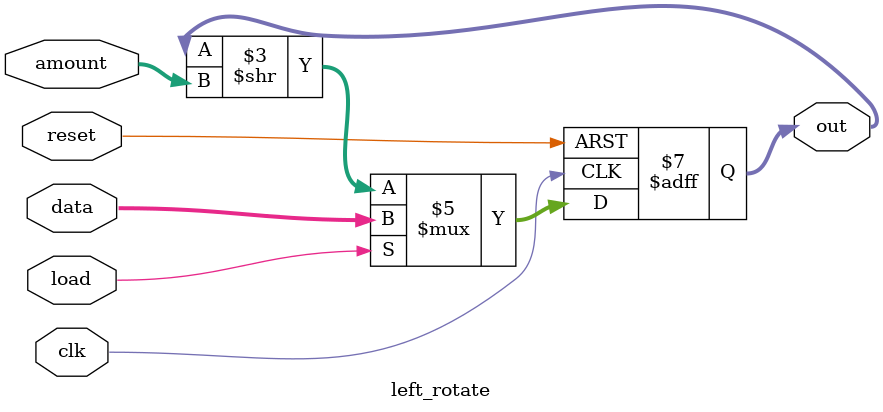
<source format=v>
module left_rotate(clk,reset,amount,data,load,out);
input clk,reset;
input [2:0] amount;
input [7:0] data;
input load;
output reg [7:0] out;
// when load is high, load data to out
// otherwise rotate the out register followed by left shift the out register by amount bits
always @(posedge clk or posedge reset)
begin
	if (reset)
	begin
	// initial value
	out<= 8'b0 ;
	end
	else if (load)
	begin
	out <= data;
	end
	else begin
	// left shift
	out<= out<<amount;
	// no load
	// rotate
	out<= out>>amount;
	end
end
endmodule

</source>
